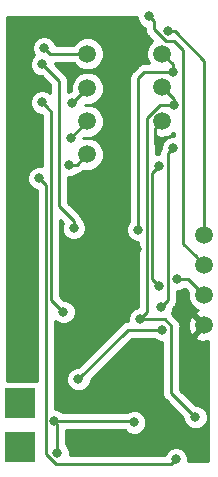
<source format=gbr>
G04 #@! TF.GenerationSoftware,KiCad,Pcbnew,(5.0.0)*
G04 #@! TF.CreationDate,2019-07-27T01:42:12+02:00*
G04 #@! TF.ProjectId,v3,76332E6B696361645F70636200000000,rev?*
G04 #@! TF.SameCoordinates,Original*
G04 #@! TF.FileFunction,Copper,L2,Bot,Signal*
G04 #@! TF.FilePolarity,Positive*
%FSLAX46Y46*%
G04 Gerber Fmt 4.6, Leading zero omitted, Abs format (unit mm)*
G04 Created by KiCad (PCBNEW (5.0.0)) date 07/27/19 01:42:12*
%MOMM*%
%LPD*%
G01*
G04 APERTURE LIST*
G04 #@! TA.AperFunction,BGAPad,CuDef*
%ADD10C,1.500000*%
G04 #@! TD*
G04 #@! TA.AperFunction,SMDPad,CuDef*
%ADD11R,2.500000X2.500000*%
G04 #@! TD*
G04 #@! TA.AperFunction,ViaPad*
%ADD12C,0.800000*%
G04 #@! TD*
G04 #@! TA.AperFunction,Conductor*
%ADD13C,0.250000*%
G04 #@! TD*
G04 #@! TA.AperFunction,Conductor*
%ADD14C,0.254000*%
G04 #@! TD*
G04 APERTURE END LIST*
D10*
G04 #@! TO.P,J7,1*
G04 #@! TO.N,Net-(J7-Pad1)*
X155702000Y-72136000D03*
G04 #@! TD*
G04 #@! TO.P,J8,1*
G04 #@! TO.N,Net-(J8-Pad1)*
X155702000Y-69596000D03*
G04 #@! TD*
G04 #@! TO.P,J9,1*
G04 #@! TO.N,+3V3*
X155702000Y-74676000D03*
G04 #@! TD*
G04 #@! TO.P,J10,1*
G04 #@! TO.N,Earth*
X155702000Y-77216000D03*
G04 #@! TD*
G04 #@! TO.P,IO1,1*
G04 #@! TO.N,Net-(IO1-Pad1)*
X145796000Y-57150000D03*
G04 #@! TD*
G04 #@! TO.P,IO2,1*
G04 #@! TO.N,Net-(IO2-Pad1)*
X145796000Y-59944000D03*
G04 #@! TD*
G04 #@! TO.P,IO3,1*
G04 #@! TO.N,Net-(IO3-Pad1)*
X145796000Y-54229000D03*
G04 #@! TD*
D11*
G04 #@! TO.P,+,1*
G04 #@! TO.N,Net-(F1-Pad1)*
X140081000Y-83820000D03*
G04 #@! TD*
D10*
G04 #@! TO.P,J2,1*
G04 #@! TO.N,+3V3*
X145796000Y-62738000D03*
G04 #@! TD*
G04 #@! TO.P,J3,1*
G04 #@! TO.N,Earth*
X152146000Y-59944000D03*
G04 #@! TD*
G04 #@! TO.P,J4,1*
G04 #@! TO.N,Net-(J4-Pad1)*
X152146000Y-57023000D03*
G04 #@! TD*
G04 #@! TO.P,J5,1*
G04 #@! TO.N,Net-(J5-Pad1)*
X152146000Y-54229000D03*
G04 #@! TD*
D11*
G04 #@! TO.P,J6,1*
G04 #@! TO.N,Earth*
X140081000Y-87503000D03*
G04 #@! TD*
D12*
G04 #@! TO.N,Earth*
X144526000Y-87630000D03*
X155194000Y-79248000D03*
X155067000Y-83312000D03*
X140716000Y-88265000D03*
X151892000Y-61595000D03*
X154940000Y-87376000D03*
X152654000Y-84582000D03*
X139446000Y-75565000D03*
X140970000Y-80010000D03*
X149987000Y-70739000D03*
X144018000Y-84328000D03*
X148082000Y-63373000D03*
X148463000Y-53721000D03*
X144018000Y-73533000D03*
X144780000Y-78486000D03*
G04 #@! TO.N,+3V3*
X144272000Y-63627000D03*
X153416000Y-73279000D03*
G04 #@! TO.N,+BATT*
X145034000Y-81788000D03*
X152146000Y-77597000D03*
G04 #@! TO.N,Net-(F1-Pad1)*
X139446000Y-84455000D03*
G04 #@! TO.N,Net-(IC1-Pad1)*
X143256000Y-88011000D03*
X143002000Y-85344000D03*
X149757500Y-85446500D03*
G04 #@! TO.N,Net-(IO1-Pad1)*
X144526000Y-58420000D03*
G04 #@! TO.N,Net-(IO2-Pad1)*
X144399000Y-61341000D03*
G04 #@! TO.N,Net-(IO3-Pad1)*
X142113000Y-53745000D03*
G04 #@! TO.N,Net-(J4-Pad1)*
X153162000Y-58547000D03*
X150238372Y-76705372D03*
X154940000Y-85006000D03*
G04 #@! TO.N,Net-(J5-Pad1)*
X153035000Y-55753000D03*
X150114000Y-69117000D03*
G04 #@! TO.N,Net-(J7-Pad1)*
X151003000Y-51054000D03*
G04 #@! TO.N,Net-(J8-Pad1)*
X152654000Y-52324000D03*
G04 #@! TO.N,Net-(R1-Pad1)*
X141974000Y-55118000D03*
X144638500Y-68975500D03*
G04 #@! TO.N,Net-(R5-Pad2)*
X143764000Y-76082000D03*
X141940500Y-58338500D03*
G04 #@! TO.N,Net-(R8-Pad2)*
X151892000Y-63745000D03*
X151892000Y-73914000D03*
G04 #@! TO.N,Net-(R9-Pad2)*
X153035000Y-62230000D03*
X152019000Y-75692000D03*
G04 #@! TO.N,Net-(U1-Pad7)*
X141732000Y-64770000D03*
X153289000Y-88576000D03*
G04 #@! TD*
D13*
G04 #@! TO.N,Earth*
X151511000Y-60579000D02*
X152146000Y-59944000D01*
X151511000Y-61849000D02*
X151511000Y-60579000D01*
G04 #@! TO.N,+3V3*
X144907000Y-63627000D02*
X145796000Y-62738000D01*
X144272000Y-63627000D02*
X144907000Y-63627000D01*
X155702000Y-74676000D02*
X154305000Y-73279000D01*
X154305000Y-73279000D02*
X153416000Y-73279000D01*
X153416000Y-73279000D02*
X153416000Y-73279000D01*
G04 #@! TO.N,+BATT*
X149225000Y-77597000D02*
X145034000Y-81788000D01*
X152146000Y-77597000D02*
X149225000Y-77597000D01*
G04 #@! TO.N,Net-(IC1-Pad1)*
X143104500Y-85446500D02*
X143002000Y-85344000D01*
X143256000Y-85598000D02*
X143002000Y-85344000D01*
X143256000Y-88011000D02*
X143256000Y-85598000D01*
X149655000Y-85344000D02*
X149757500Y-85446500D01*
X143002000Y-85344000D02*
X149655000Y-85344000D01*
G04 #@! TO.N,Net-(IO1-Pad1)*
X144526000Y-58420000D02*
X145796000Y-57150000D01*
G04 #@! TO.N,Net-(IO2-Pad1)*
X144399000Y-61341000D02*
X145796000Y-59944000D01*
G04 #@! TO.N,Net-(IO3-Pad1)*
X142597000Y-54229000D02*
X142113000Y-53745000D01*
X145796000Y-54229000D02*
X142597000Y-54229000D01*
G04 #@! TO.N,Net-(J4-Pad1)*
X153162000Y-58039000D02*
X152146000Y-57023000D01*
X153162000Y-58547000D02*
X153162000Y-58039000D01*
X152596315Y-58547000D02*
X153162000Y-58547000D01*
X151951998Y-58547000D02*
X152596315Y-58547000D01*
X150839001Y-59659997D02*
X151951998Y-58547000D01*
X150839001Y-76104743D02*
X150839001Y-59659997D01*
X150238372Y-76705372D02*
X150839001Y-76104743D01*
X152327374Y-76705372D02*
X152908000Y-77285998D01*
X150238372Y-76705372D02*
X152327374Y-76705372D01*
X152908000Y-82974000D02*
X154940000Y-85006000D01*
X152908000Y-77285998D02*
X152908000Y-82974000D01*
G04 #@! TO.N,Net-(J5-Pad1)*
X153035000Y-55118000D02*
X152146000Y-54229000D01*
X153035000Y-55753000D02*
X153035000Y-55118000D01*
X152469315Y-55753000D02*
X153035000Y-55753000D01*
X150622000Y-55753000D02*
X152469315Y-55753000D01*
X150114000Y-56261000D02*
X150622000Y-55753000D01*
X150114000Y-69117000D02*
X150114000Y-56261000D01*
G04 #@! TO.N,Net-(J7-Pad1)*
X152410997Y-53153999D02*
X153102999Y-53153999D01*
X151402999Y-52146001D02*
X152410997Y-53153999D01*
X151003000Y-51054000D02*
X151402999Y-51453999D01*
X151402999Y-51453999D02*
X151402999Y-52146001D01*
X154952001Y-71386001D02*
X155702000Y-72136000D01*
X153887001Y-70321001D02*
X154952001Y-71386001D01*
X153887001Y-53938001D02*
X153887001Y-70321001D01*
X153102999Y-53153999D02*
X153887001Y-53938001D01*
G04 #@! TO.N,Net-(J8-Pad1)*
X155702000Y-68535340D02*
X155702000Y-69596000D01*
X155702000Y-54806315D02*
X155702000Y-68535340D01*
X153219685Y-52324000D02*
X155702000Y-54806315D01*
X152654000Y-52324000D02*
X153219685Y-52324000D01*
G04 #@! TO.N,Net-(R1-Pad1)*
X143383000Y-56527000D02*
X141974000Y-55118000D01*
X143383000Y-67154315D02*
X143383000Y-56527000D01*
X144638500Y-68975500D02*
X144638500Y-68409815D01*
X144638500Y-68409815D02*
X143383000Y-67154315D01*
G04 #@! TO.N,Net-(R5-Pad2)*
X142340499Y-58738499D02*
X141940500Y-58338500D01*
X142727009Y-59125009D02*
X142340499Y-58738499D01*
X142727009Y-75045009D02*
X142727009Y-59125009D01*
X143764000Y-76082000D02*
X142727009Y-75045009D01*
G04 #@! TO.N,Net-(R8-Pad2)*
X151892000Y-63745000D02*
X151289011Y-64347989D01*
X151289011Y-64347989D02*
X151289011Y-73184011D01*
X151289011Y-73184011D02*
X151289011Y-73311011D01*
X151289011Y-73311011D02*
X151892000Y-73914000D01*
X151892000Y-73914000D02*
X151892000Y-73914000D01*
G04 #@! TO.N,Net-(R9-Pad2)*
X152617001Y-62647999D02*
X153035000Y-62230000D01*
X152019000Y-75692000D02*
X152617001Y-75093999D01*
X152617001Y-75093999D02*
X152617001Y-62647999D01*
G04 #@! TO.N,Net-(U1-Pad7)*
X142276999Y-65314999D02*
X141732000Y-64770000D01*
X142276999Y-88105001D02*
X142276999Y-65314999D01*
X143147997Y-88975999D02*
X142276999Y-88105001D01*
X153289000Y-88576000D02*
X152889001Y-88975999D01*
X152889001Y-88975999D02*
X143147997Y-88975999D01*
G04 #@! TD*
D14*
G04 #@! TO.N,Earth*
G36*
X149968000Y-51259874D02*
X150125569Y-51640280D01*
X150416720Y-51931431D01*
X150642999Y-52025159D01*
X150642999Y-52071154D01*
X150628111Y-52146001D01*
X150642999Y-52220848D01*
X150642999Y-52220853D01*
X150677441Y-52393999D01*
X150687096Y-52442538D01*
X150796365Y-52606070D01*
X150855071Y-52693930D01*
X150918526Y-52736330D01*
X151299255Y-53117058D01*
X150971853Y-53444460D01*
X150761000Y-53953506D01*
X150761000Y-54504494D01*
X150963345Y-54993000D01*
X150696846Y-54993000D01*
X150621999Y-54978112D01*
X150547152Y-54993000D01*
X150547148Y-54993000D01*
X150325463Y-55037096D01*
X150325461Y-55037097D01*
X150325462Y-55037097D01*
X150137526Y-55162671D01*
X150137524Y-55162673D01*
X150074071Y-55205071D01*
X150031672Y-55268525D01*
X149629527Y-55670672D01*
X149566072Y-55713071D01*
X149523672Y-55776527D01*
X149523671Y-55776528D01*
X149398097Y-55964463D01*
X149339112Y-56261000D01*
X149354001Y-56335852D01*
X149354000Y-68413289D01*
X149236569Y-68530720D01*
X149079000Y-68911126D01*
X149079000Y-69322874D01*
X149236569Y-69703280D01*
X149527720Y-69994431D01*
X149908126Y-70152000D01*
X150079001Y-70152000D01*
X150079001Y-75670372D01*
X150032498Y-75670372D01*
X149652092Y-75827941D01*
X149360941Y-76119092D01*
X149203372Y-76499498D01*
X149203372Y-76826414D01*
X149150152Y-76837000D01*
X149150148Y-76837000D01*
X148928463Y-76881096D01*
X148677071Y-77049071D01*
X148634671Y-77112527D01*
X144994199Y-80753000D01*
X144828126Y-80753000D01*
X144447720Y-80910569D01*
X144156569Y-81201720D01*
X143999000Y-81582126D01*
X143999000Y-81993874D01*
X144156569Y-82374280D01*
X144447720Y-82665431D01*
X144828126Y-82823000D01*
X145239874Y-82823000D01*
X145620280Y-82665431D01*
X145911431Y-82374280D01*
X146069000Y-81993874D01*
X146069000Y-81827801D01*
X149539802Y-78357000D01*
X151442289Y-78357000D01*
X151559720Y-78474431D01*
X151940126Y-78632000D01*
X152148000Y-78632000D01*
X152148001Y-82899148D01*
X152133112Y-82974000D01*
X152148001Y-83048852D01*
X152192097Y-83270537D01*
X152360072Y-83521929D01*
X152423528Y-83564329D01*
X153905000Y-85045802D01*
X153905000Y-85211874D01*
X154062569Y-85592280D01*
X154353720Y-85883431D01*
X154734126Y-86041000D01*
X155145874Y-86041000D01*
X155526280Y-85883431D01*
X155817431Y-85592280D01*
X155975000Y-85211874D01*
X155975000Y-84800126D01*
X155817431Y-84419720D01*
X155526280Y-84128569D01*
X155145874Y-83971000D01*
X154979802Y-83971000D01*
X153668000Y-82659199D01*
X153668000Y-77360844D01*
X153682888Y-77285997D01*
X153668000Y-77211150D01*
X153668000Y-77211146D01*
X153628223Y-77011171D01*
X154304799Y-77011171D01*
X154332770Y-77561448D01*
X154489540Y-77939923D01*
X154730483Y-78007912D01*
X155522395Y-77216000D01*
X154730483Y-76424088D01*
X154489540Y-76492077D01*
X154304799Y-77011171D01*
X153628223Y-77011171D01*
X153623904Y-76989461D01*
X153455929Y-76738069D01*
X153392473Y-76695669D01*
X152919468Y-76222664D01*
X153054000Y-75897874D01*
X153054000Y-75731802D01*
X153101474Y-75684328D01*
X153164930Y-75641928D01*
X153332905Y-75390536D01*
X153377001Y-75168851D01*
X153377001Y-75168847D01*
X153391889Y-75094000D01*
X153377001Y-75019153D01*
X153377001Y-74314000D01*
X153621874Y-74314000D01*
X154002280Y-74156431D01*
X154054955Y-74103756D01*
X154327165Y-74375966D01*
X154317000Y-74400506D01*
X154317000Y-74951494D01*
X154527853Y-75460540D01*
X154917460Y-75850147D01*
X155132930Y-75939397D01*
X154978077Y-76003540D01*
X154910088Y-76244483D01*
X155702000Y-77036395D01*
X155716143Y-77022253D01*
X155895748Y-77201858D01*
X155881605Y-77216000D01*
X155895748Y-77230143D01*
X155716143Y-77409748D01*
X155702000Y-77395605D01*
X154910088Y-78187517D01*
X154978077Y-78428460D01*
X155497171Y-78613201D01*
X156033001Y-78585964D01*
X156033001Y-88723000D01*
X154324000Y-88723000D01*
X154324000Y-88370126D01*
X154166431Y-87989720D01*
X153875280Y-87698569D01*
X153494874Y-87541000D01*
X153083126Y-87541000D01*
X152702720Y-87698569D01*
X152411569Y-87989720D01*
X152317841Y-88215999D01*
X144291000Y-88215999D01*
X144291000Y-87805126D01*
X144133431Y-87424720D01*
X144016000Y-87307289D01*
X144016000Y-86104000D01*
X148951289Y-86104000D01*
X149171220Y-86323931D01*
X149551626Y-86481500D01*
X149963374Y-86481500D01*
X150343780Y-86323931D01*
X150634931Y-86032780D01*
X150792500Y-85652374D01*
X150792500Y-85240626D01*
X150634931Y-84860220D01*
X150343780Y-84569069D01*
X149963374Y-84411500D01*
X149551626Y-84411500D01*
X149171220Y-84569069D01*
X149156289Y-84584000D01*
X143705711Y-84584000D01*
X143588280Y-84466569D01*
X143207874Y-84309000D01*
X143036999Y-84309000D01*
X143036999Y-76818710D01*
X143177720Y-76959431D01*
X143558126Y-77117000D01*
X143969874Y-77117000D01*
X144350280Y-76959431D01*
X144641431Y-76668280D01*
X144799000Y-76287874D01*
X144799000Y-75876126D01*
X144641431Y-75495720D01*
X144350280Y-75204569D01*
X143969874Y-75047000D01*
X143803802Y-75047000D01*
X143487009Y-74730208D01*
X143487009Y-68333126D01*
X143697228Y-68543345D01*
X143603500Y-68769626D01*
X143603500Y-69181374D01*
X143761069Y-69561780D01*
X144052220Y-69852931D01*
X144432626Y-70010500D01*
X144844374Y-70010500D01*
X145224780Y-69852931D01*
X145515931Y-69561780D01*
X145673500Y-69181374D01*
X145673500Y-68769626D01*
X145515931Y-68389220D01*
X145382814Y-68256103D01*
X145354404Y-68113278D01*
X145186429Y-67861886D01*
X145122973Y-67819486D01*
X144143000Y-66839514D01*
X144143000Y-64662000D01*
X144477874Y-64662000D01*
X144858280Y-64504431D01*
X144974187Y-64388524D01*
X144981847Y-64387000D01*
X144981852Y-64387000D01*
X145203537Y-64342904D01*
X145454929Y-64174929D01*
X145496321Y-64112982D01*
X145520506Y-64123000D01*
X146071494Y-64123000D01*
X146580540Y-63912147D01*
X146970147Y-63522540D01*
X147181000Y-63013494D01*
X147181000Y-62462506D01*
X146970147Y-61953460D01*
X146580540Y-61563853D01*
X146071494Y-61353000D01*
X145520506Y-61353000D01*
X145434000Y-61388832D01*
X145434000Y-61380802D01*
X145495966Y-61318835D01*
X145520506Y-61329000D01*
X146071494Y-61329000D01*
X146580540Y-61118147D01*
X146970147Y-60728540D01*
X147181000Y-60219494D01*
X147181000Y-59668506D01*
X146970147Y-59159460D01*
X146580540Y-58769853D01*
X146071494Y-58559000D01*
X145561000Y-58559000D01*
X145561000Y-58535000D01*
X146071494Y-58535000D01*
X146580540Y-58324147D01*
X146970147Y-57934540D01*
X147181000Y-57425494D01*
X147181000Y-56874506D01*
X146970147Y-56365460D01*
X146580540Y-55975853D01*
X146071494Y-55765000D01*
X145520506Y-55765000D01*
X145011460Y-55975853D01*
X144621853Y-56365460D01*
X144411000Y-56874506D01*
X144411000Y-57385000D01*
X144320126Y-57385000D01*
X144143000Y-57458368D01*
X144143000Y-56601847D01*
X144157888Y-56527000D01*
X144143000Y-56452153D01*
X144143000Y-56452148D01*
X144098904Y-56230463D01*
X143930929Y-55979071D01*
X143867473Y-55936671D01*
X143009000Y-55078199D01*
X143009000Y-54989000D01*
X144611688Y-54989000D01*
X144621853Y-55013540D01*
X145011460Y-55403147D01*
X145520506Y-55614000D01*
X146071494Y-55614000D01*
X146580540Y-55403147D01*
X146970147Y-55013540D01*
X147181000Y-54504494D01*
X147181000Y-53953506D01*
X146970147Y-53444460D01*
X146580540Y-53054853D01*
X146071494Y-52844000D01*
X145520506Y-52844000D01*
X145011460Y-53054853D01*
X144621853Y-53444460D01*
X144611688Y-53469000D01*
X143118953Y-53469000D01*
X142990431Y-53158720D01*
X142699280Y-52867569D01*
X142318874Y-52710000D01*
X141907126Y-52710000D01*
X141526720Y-52867569D01*
X141235569Y-53158720D01*
X141078000Y-53539126D01*
X141078000Y-53950874D01*
X141235569Y-54331280D01*
X141266289Y-54362000D01*
X141096569Y-54531720D01*
X140939000Y-54912126D01*
X140939000Y-55323874D01*
X141096569Y-55704280D01*
X141387720Y-55995431D01*
X141768126Y-56153000D01*
X141934199Y-56153000D01*
X142623001Y-56841803D01*
X142623001Y-57557290D01*
X142526780Y-57461069D01*
X142146374Y-57303500D01*
X141734626Y-57303500D01*
X141354220Y-57461069D01*
X141063069Y-57752220D01*
X140905500Y-58132626D01*
X140905500Y-58544374D01*
X141063069Y-58924780D01*
X141354220Y-59215931D01*
X141734626Y-59373500D01*
X141900699Y-59373500D01*
X141967010Y-59439811D01*
X141967010Y-63747068D01*
X141937874Y-63735000D01*
X141526126Y-63735000D01*
X141145720Y-63892569D01*
X140854569Y-64183720D01*
X140697000Y-64564126D01*
X140697000Y-64975874D01*
X140854569Y-65356280D01*
X141145720Y-65647431D01*
X141517000Y-65801220D01*
X141516999Y-81959557D01*
X141331000Y-81922560D01*
X138988000Y-81922560D01*
X138988000Y-51104000D01*
X149968000Y-51104000D01*
X149968000Y-51259874D01*
X149968000Y-51259874D01*
G37*
X149968000Y-51259874D02*
X150125569Y-51640280D01*
X150416720Y-51931431D01*
X150642999Y-52025159D01*
X150642999Y-52071154D01*
X150628111Y-52146001D01*
X150642999Y-52220848D01*
X150642999Y-52220853D01*
X150677441Y-52393999D01*
X150687096Y-52442538D01*
X150796365Y-52606070D01*
X150855071Y-52693930D01*
X150918526Y-52736330D01*
X151299255Y-53117058D01*
X150971853Y-53444460D01*
X150761000Y-53953506D01*
X150761000Y-54504494D01*
X150963345Y-54993000D01*
X150696846Y-54993000D01*
X150621999Y-54978112D01*
X150547152Y-54993000D01*
X150547148Y-54993000D01*
X150325463Y-55037096D01*
X150325461Y-55037097D01*
X150325462Y-55037097D01*
X150137526Y-55162671D01*
X150137524Y-55162673D01*
X150074071Y-55205071D01*
X150031672Y-55268525D01*
X149629527Y-55670672D01*
X149566072Y-55713071D01*
X149523672Y-55776527D01*
X149523671Y-55776528D01*
X149398097Y-55964463D01*
X149339112Y-56261000D01*
X149354001Y-56335852D01*
X149354000Y-68413289D01*
X149236569Y-68530720D01*
X149079000Y-68911126D01*
X149079000Y-69322874D01*
X149236569Y-69703280D01*
X149527720Y-69994431D01*
X149908126Y-70152000D01*
X150079001Y-70152000D01*
X150079001Y-75670372D01*
X150032498Y-75670372D01*
X149652092Y-75827941D01*
X149360941Y-76119092D01*
X149203372Y-76499498D01*
X149203372Y-76826414D01*
X149150152Y-76837000D01*
X149150148Y-76837000D01*
X148928463Y-76881096D01*
X148677071Y-77049071D01*
X148634671Y-77112527D01*
X144994199Y-80753000D01*
X144828126Y-80753000D01*
X144447720Y-80910569D01*
X144156569Y-81201720D01*
X143999000Y-81582126D01*
X143999000Y-81993874D01*
X144156569Y-82374280D01*
X144447720Y-82665431D01*
X144828126Y-82823000D01*
X145239874Y-82823000D01*
X145620280Y-82665431D01*
X145911431Y-82374280D01*
X146069000Y-81993874D01*
X146069000Y-81827801D01*
X149539802Y-78357000D01*
X151442289Y-78357000D01*
X151559720Y-78474431D01*
X151940126Y-78632000D01*
X152148000Y-78632000D01*
X152148001Y-82899148D01*
X152133112Y-82974000D01*
X152148001Y-83048852D01*
X152192097Y-83270537D01*
X152360072Y-83521929D01*
X152423528Y-83564329D01*
X153905000Y-85045802D01*
X153905000Y-85211874D01*
X154062569Y-85592280D01*
X154353720Y-85883431D01*
X154734126Y-86041000D01*
X155145874Y-86041000D01*
X155526280Y-85883431D01*
X155817431Y-85592280D01*
X155975000Y-85211874D01*
X155975000Y-84800126D01*
X155817431Y-84419720D01*
X155526280Y-84128569D01*
X155145874Y-83971000D01*
X154979802Y-83971000D01*
X153668000Y-82659199D01*
X153668000Y-77360844D01*
X153682888Y-77285997D01*
X153668000Y-77211150D01*
X153668000Y-77211146D01*
X153628223Y-77011171D01*
X154304799Y-77011171D01*
X154332770Y-77561448D01*
X154489540Y-77939923D01*
X154730483Y-78007912D01*
X155522395Y-77216000D01*
X154730483Y-76424088D01*
X154489540Y-76492077D01*
X154304799Y-77011171D01*
X153628223Y-77011171D01*
X153623904Y-76989461D01*
X153455929Y-76738069D01*
X153392473Y-76695669D01*
X152919468Y-76222664D01*
X153054000Y-75897874D01*
X153054000Y-75731802D01*
X153101474Y-75684328D01*
X153164930Y-75641928D01*
X153332905Y-75390536D01*
X153377001Y-75168851D01*
X153377001Y-75168847D01*
X153391889Y-75094000D01*
X153377001Y-75019153D01*
X153377001Y-74314000D01*
X153621874Y-74314000D01*
X154002280Y-74156431D01*
X154054955Y-74103756D01*
X154327165Y-74375966D01*
X154317000Y-74400506D01*
X154317000Y-74951494D01*
X154527853Y-75460540D01*
X154917460Y-75850147D01*
X155132930Y-75939397D01*
X154978077Y-76003540D01*
X154910088Y-76244483D01*
X155702000Y-77036395D01*
X155716143Y-77022253D01*
X155895748Y-77201858D01*
X155881605Y-77216000D01*
X155895748Y-77230143D01*
X155716143Y-77409748D01*
X155702000Y-77395605D01*
X154910088Y-78187517D01*
X154978077Y-78428460D01*
X155497171Y-78613201D01*
X156033001Y-78585964D01*
X156033001Y-88723000D01*
X154324000Y-88723000D01*
X154324000Y-88370126D01*
X154166431Y-87989720D01*
X153875280Y-87698569D01*
X153494874Y-87541000D01*
X153083126Y-87541000D01*
X152702720Y-87698569D01*
X152411569Y-87989720D01*
X152317841Y-88215999D01*
X144291000Y-88215999D01*
X144291000Y-87805126D01*
X144133431Y-87424720D01*
X144016000Y-87307289D01*
X144016000Y-86104000D01*
X148951289Y-86104000D01*
X149171220Y-86323931D01*
X149551626Y-86481500D01*
X149963374Y-86481500D01*
X150343780Y-86323931D01*
X150634931Y-86032780D01*
X150792500Y-85652374D01*
X150792500Y-85240626D01*
X150634931Y-84860220D01*
X150343780Y-84569069D01*
X149963374Y-84411500D01*
X149551626Y-84411500D01*
X149171220Y-84569069D01*
X149156289Y-84584000D01*
X143705711Y-84584000D01*
X143588280Y-84466569D01*
X143207874Y-84309000D01*
X143036999Y-84309000D01*
X143036999Y-76818710D01*
X143177720Y-76959431D01*
X143558126Y-77117000D01*
X143969874Y-77117000D01*
X144350280Y-76959431D01*
X144641431Y-76668280D01*
X144799000Y-76287874D01*
X144799000Y-75876126D01*
X144641431Y-75495720D01*
X144350280Y-75204569D01*
X143969874Y-75047000D01*
X143803802Y-75047000D01*
X143487009Y-74730208D01*
X143487009Y-68333126D01*
X143697228Y-68543345D01*
X143603500Y-68769626D01*
X143603500Y-69181374D01*
X143761069Y-69561780D01*
X144052220Y-69852931D01*
X144432626Y-70010500D01*
X144844374Y-70010500D01*
X145224780Y-69852931D01*
X145515931Y-69561780D01*
X145673500Y-69181374D01*
X145673500Y-68769626D01*
X145515931Y-68389220D01*
X145382814Y-68256103D01*
X145354404Y-68113278D01*
X145186429Y-67861886D01*
X145122973Y-67819486D01*
X144143000Y-66839514D01*
X144143000Y-64662000D01*
X144477874Y-64662000D01*
X144858280Y-64504431D01*
X144974187Y-64388524D01*
X144981847Y-64387000D01*
X144981852Y-64387000D01*
X145203537Y-64342904D01*
X145454929Y-64174929D01*
X145496321Y-64112982D01*
X145520506Y-64123000D01*
X146071494Y-64123000D01*
X146580540Y-63912147D01*
X146970147Y-63522540D01*
X147181000Y-63013494D01*
X147181000Y-62462506D01*
X146970147Y-61953460D01*
X146580540Y-61563853D01*
X146071494Y-61353000D01*
X145520506Y-61353000D01*
X145434000Y-61388832D01*
X145434000Y-61380802D01*
X145495966Y-61318835D01*
X145520506Y-61329000D01*
X146071494Y-61329000D01*
X146580540Y-61118147D01*
X146970147Y-60728540D01*
X147181000Y-60219494D01*
X147181000Y-59668506D01*
X146970147Y-59159460D01*
X146580540Y-58769853D01*
X146071494Y-58559000D01*
X145561000Y-58559000D01*
X145561000Y-58535000D01*
X146071494Y-58535000D01*
X146580540Y-58324147D01*
X146970147Y-57934540D01*
X147181000Y-57425494D01*
X147181000Y-56874506D01*
X146970147Y-56365460D01*
X146580540Y-55975853D01*
X146071494Y-55765000D01*
X145520506Y-55765000D01*
X145011460Y-55975853D01*
X144621853Y-56365460D01*
X144411000Y-56874506D01*
X144411000Y-57385000D01*
X144320126Y-57385000D01*
X144143000Y-57458368D01*
X144143000Y-56601847D01*
X144157888Y-56527000D01*
X144143000Y-56452153D01*
X144143000Y-56452148D01*
X144098904Y-56230463D01*
X143930929Y-55979071D01*
X143867473Y-55936671D01*
X143009000Y-55078199D01*
X143009000Y-54989000D01*
X144611688Y-54989000D01*
X144621853Y-55013540D01*
X145011460Y-55403147D01*
X145520506Y-55614000D01*
X146071494Y-55614000D01*
X146580540Y-55403147D01*
X146970147Y-55013540D01*
X147181000Y-54504494D01*
X147181000Y-53953506D01*
X146970147Y-53444460D01*
X146580540Y-53054853D01*
X146071494Y-52844000D01*
X145520506Y-52844000D01*
X145011460Y-53054853D01*
X144621853Y-53444460D01*
X144611688Y-53469000D01*
X143118953Y-53469000D01*
X142990431Y-53158720D01*
X142699280Y-52867569D01*
X142318874Y-52710000D01*
X141907126Y-52710000D01*
X141526720Y-52867569D01*
X141235569Y-53158720D01*
X141078000Y-53539126D01*
X141078000Y-53950874D01*
X141235569Y-54331280D01*
X141266289Y-54362000D01*
X141096569Y-54531720D01*
X140939000Y-54912126D01*
X140939000Y-55323874D01*
X141096569Y-55704280D01*
X141387720Y-55995431D01*
X141768126Y-56153000D01*
X141934199Y-56153000D01*
X142623001Y-56841803D01*
X142623001Y-57557290D01*
X142526780Y-57461069D01*
X142146374Y-57303500D01*
X141734626Y-57303500D01*
X141354220Y-57461069D01*
X141063069Y-57752220D01*
X140905500Y-58132626D01*
X140905500Y-58544374D01*
X141063069Y-58924780D01*
X141354220Y-59215931D01*
X141734626Y-59373500D01*
X141900699Y-59373500D01*
X141967010Y-59439811D01*
X141967010Y-63747068D01*
X141937874Y-63735000D01*
X141526126Y-63735000D01*
X141145720Y-63892569D01*
X140854569Y-64183720D01*
X140697000Y-64564126D01*
X140697000Y-64975874D01*
X140854569Y-65356280D01*
X141145720Y-65647431D01*
X141517000Y-65801220D01*
X141516999Y-81959557D01*
X141331000Y-81922560D01*
X138988000Y-81922560D01*
X138988000Y-51104000D01*
X149968000Y-51104000D01*
X149968000Y-51259874D01*
G36*
X140208000Y-87376000D02*
X140228000Y-87376000D01*
X140228000Y-87630000D01*
X140208000Y-87630000D01*
X140208000Y-87650000D01*
X139954000Y-87650000D01*
X139954000Y-87630000D01*
X139934000Y-87630000D01*
X139934000Y-87376000D01*
X139954000Y-87376000D01*
X139954000Y-87356000D01*
X140208000Y-87356000D01*
X140208000Y-87376000D01*
X140208000Y-87376000D01*
G37*
X140208000Y-87376000D02*
X140228000Y-87376000D01*
X140228000Y-87630000D01*
X140208000Y-87630000D01*
X140208000Y-87650000D01*
X139954000Y-87650000D01*
X139954000Y-87630000D01*
X139934000Y-87630000D01*
X139934000Y-87376000D01*
X139954000Y-87376000D01*
X139954000Y-87356000D01*
X140208000Y-87356000D01*
X140208000Y-87376000D01*
G36*
X153052966Y-61030574D02*
X153127001Y-60956539D01*
X153127001Y-61195000D01*
X152829126Y-61195000D01*
X152448720Y-61352569D01*
X152157569Y-61643720D01*
X152000000Y-62024126D01*
X152000000Y-62203445D01*
X151901098Y-62351462D01*
X151842113Y-62647999D01*
X151854446Y-62710000D01*
X151686126Y-62710000D01*
X151599001Y-62746088D01*
X151599001Y-61219426D01*
X151941171Y-61341201D01*
X152491448Y-61313230D01*
X152869923Y-61156460D01*
X152937911Y-60915519D01*
X153052966Y-61030574D01*
X153052966Y-61030574D01*
G37*
X153052966Y-61030574D02*
X153127001Y-60956539D01*
X153127001Y-61195000D01*
X152829126Y-61195000D01*
X152448720Y-61352569D01*
X152157569Y-61643720D01*
X152000000Y-62024126D01*
X152000000Y-62203445D01*
X151901098Y-62351462D01*
X151842113Y-62647999D01*
X151854446Y-62710000D01*
X151686126Y-62710000D01*
X151599001Y-62746088D01*
X151599001Y-61219426D01*
X151941171Y-61341201D01*
X152491448Y-61313230D01*
X152869923Y-61156460D01*
X152937911Y-60915519D01*
X153052966Y-61030574D01*
G36*
X152339748Y-59929858D02*
X152325605Y-59944000D01*
X152339748Y-59958143D01*
X152160143Y-60137748D01*
X152146000Y-60123605D01*
X152131858Y-60137748D01*
X151952253Y-59958143D01*
X151966395Y-59944000D01*
X151952253Y-59929858D01*
X152131858Y-59750253D01*
X152146000Y-59764395D01*
X152160143Y-59750253D01*
X152339748Y-59929858D01*
X152339748Y-59929858D01*
G37*
X152339748Y-59929858D02*
X152325605Y-59944000D01*
X152339748Y-59958143D01*
X152160143Y-60137748D01*
X152146000Y-60123605D01*
X152131858Y-60137748D01*
X151952253Y-59958143D01*
X151966395Y-59944000D01*
X151952253Y-59929858D01*
X152131858Y-59750253D01*
X152146000Y-59764395D01*
X152160143Y-59750253D01*
X152339748Y-59929858D01*
G04 #@! TD*
M02*

</source>
